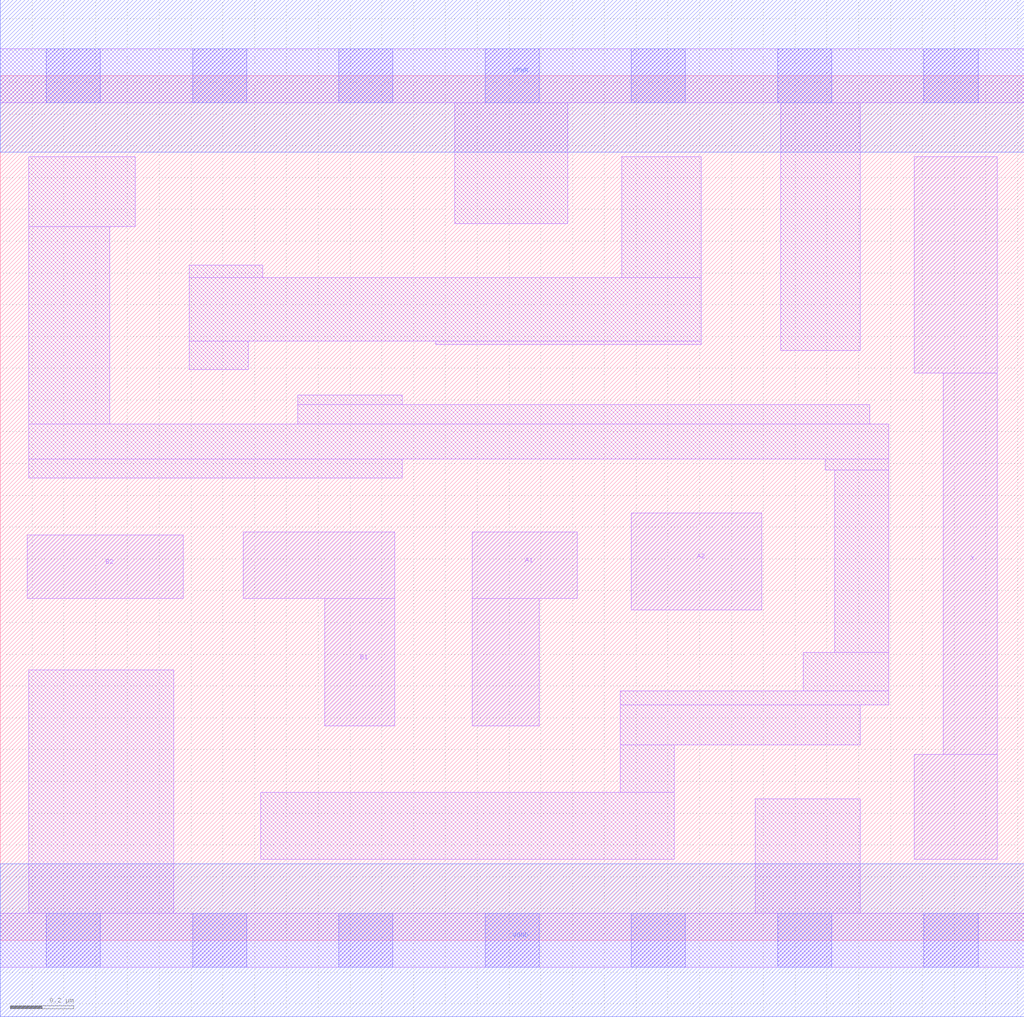
<source format=lef>
# Copyright 2020 The SkyWater PDK Authors
#
# Licensed under the Apache License, Version 2.0 (the "License");
# you may not use this file except in compliance with the License.
# You may obtain a copy of the License at
#
#     https://www.apache.org/licenses/LICENSE-2.0
#
# Unless required by applicable law or agreed to in writing, software
# distributed under the License is distributed on an "AS IS" BASIS,
# WITHOUT WARRANTIES OR CONDITIONS OF ANY KIND, either express or implied.
# See the License for the specific language governing permissions and
# limitations under the License.
#
# SPDX-License-Identifier: Apache-2.0

VERSION 5.7 ;
  NAMESCASESENSITIVE ON ;
  NOWIREEXTENSIONATPIN ON ;
  DIVIDERCHAR "/" ;
  BUSBITCHARS "[]" ;
UNITS
  DATABASE MICRONS 200 ;
END UNITS
MACRO sky130_fd_sc_hd__a22o_1
  CLASS CORE ;
  FOREIGN sky130_fd_sc_hd__a22o_1 ;
  ORIGIN  0.000000  0.000000 ;
  SIZE  3.220000 BY  2.720000 ;
  SYMMETRY X Y R90 ;
  SITE unithd ;
  PIN A1
    ANTENNAGATEAREA  0.247500 ;
    DIRECTION INPUT ;
    USE SIGNAL ;
    PORT
      LAYER li1 ;
        RECT 1.485000 0.675000 1.695000 1.075000 ;
        RECT 1.485000 1.075000 1.815000 1.285000 ;
    END
  END A1
  PIN A2
    ANTENNAGATEAREA  0.247500 ;
    DIRECTION INPUT ;
    USE SIGNAL ;
    PORT
      LAYER li1 ;
        RECT 1.985000 1.040000 2.395000 1.345000 ;
    END
  END A2
  PIN B1
    ANTENNAGATEAREA  0.247500 ;
    DIRECTION INPUT ;
    USE SIGNAL ;
    PORT
      LAYER li1 ;
        RECT 0.765000 1.075000 1.240000 1.285000 ;
        RECT 1.020000 0.675000 1.240000 1.075000 ;
    END
  END B1
  PIN B2
    ANTENNAGATEAREA  0.247500 ;
    DIRECTION INPUT ;
    USE SIGNAL ;
    PORT
      LAYER li1 ;
        RECT 0.085000 1.075000 0.575000 1.275000 ;
    END
  END B2
  PIN X
    ANTENNADIFFAREA  0.429000 ;
    DIRECTION OUTPUT ;
    USE SIGNAL ;
    PORT
      LAYER li1 ;
        RECT 2.875000 0.255000 3.135000 0.585000 ;
        RECT 2.875000 1.785000 3.135000 2.465000 ;
        RECT 2.965000 0.585000 3.135000 1.785000 ;
    END
  END X
  PIN VGND
    DIRECTION INOUT ;
    SHAPE ABUTMENT ;
    USE GROUND ;
    PORT
      LAYER met1 ;
        RECT 0.000000 -0.240000 3.220000 0.240000 ;
    END
  END VGND
  PIN VPWR
    DIRECTION INOUT ;
    SHAPE ABUTMENT ;
    USE POWER ;
    PORT
      LAYER met1 ;
        RECT 0.000000 2.480000 3.220000 2.960000 ;
    END
  END VPWR
  OBS
    LAYER li1 ;
      RECT 0.000000 -0.085000 3.220000 0.085000 ;
      RECT 0.000000  2.635000 3.220000 2.805000 ;
      RECT 0.090000  0.085000 0.545000 0.850000 ;
      RECT 0.090000  1.455000 1.265000 1.515000 ;
      RECT 0.090000  1.515000 2.795000 1.625000 ;
      RECT 0.090000  1.625000 0.345000 2.245000 ;
      RECT 0.090000  2.245000 0.425000 2.465000 ;
      RECT 0.595000  1.795000 0.780000 1.885000 ;
      RECT 0.595000  1.885000 2.205000 2.085000 ;
      RECT 0.595000  2.085000 0.825000 2.125000 ;
      RECT 0.820000  0.255000 2.120000 0.465000 ;
      RECT 0.935000  1.625000 2.735000 1.685000 ;
      RECT 0.935000  1.685000 1.265000 1.715000 ;
      RECT 1.370000  1.875000 2.205000 1.885000 ;
      RECT 1.430000  2.255000 1.785000 2.635000 ;
      RECT 1.950000  0.465000 2.120000 0.615000 ;
      RECT 1.950000  0.615000 2.705000 0.740000 ;
      RECT 1.950000  0.740000 2.795000 0.785000 ;
      RECT 1.955000  2.085000 2.205000 2.465000 ;
      RECT 2.375000  0.085000 2.705000 0.445000 ;
      RECT 2.455000  1.855000 2.705000 2.635000 ;
      RECT 2.525000  0.785000 2.795000 0.905000 ;
      RECT 2.595000  1.480000 2.795000 1.515000 ;
      RECT 2.625000  0.905000 2.795000 1.480000 ;
    LAYER mcon ;
      RECT 0.145000 -0.085000 0.315000 0.085000 ;
      RECT 0.145000  2.635000 0.315000 2.805000 ;
      RECT 0.605000 -0.085000 0.775000 0.085000 ;
      RECT 0.605000  2.635000 0.775000 2.805000 ;
      RECT 1.065000 -0.085000 1.235000 0.085000 ;
      RECT 1.065000  2.635000 1.235000 2.805000 ;
      RECT 1.525000 -0.085000 1.695000 0.085000 ;
      RECT 1.525000  2.635000 1.695000 2.805000 ;
      RECT 1.985000 -0.085000 2.155000 0.085000 ;
      RECT 1.985000  2.635000 2.155000 2.805000 ;
      RECT 2.445000 -0.085000 2.615000 0.085000 ;
      RECT 2.445000  2.635000 2.615000 2.805000 ;
      RECT 2.905000 -0.085000 3.075000 0.085000 ;
      RECT 2.905000  2.635000 3.075000 2.805000 ;
  END
END sky130_fd_sc_hd__a22o_1
END LIBRARY

</source>
